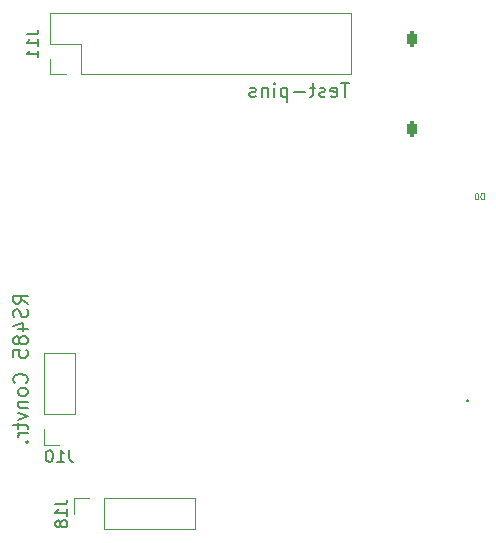
<source format=gbo>
G04 #@! TF.GenerationSoftware,KiCad,Pcbnew,7.0.5*
G04 #@! TF.CreationDate,2023-06-14T13:16:40+10:00*
G04 #@! TF.ProjectId,NUcr,4e556372-2e6b-4696-9361-645f70636258,rev?*
G04 #@! TF.SameCoordinates,Original*
G04 #@! TF.FileFunction,Legend,Bot*
G04 #@! TF.FilePolarity,Positive*
%FSLAX46Y46*%
G04 Gerber Fmt 4.6, Leading zero omitted, Abs format (unit mm)*
G04 Created by KiCad (PCBNEW 7.0.5) date 2023-06-14 13:16:40*
%MOMM*%
%LPD*%
G01*
G04 APERTURE LIST*
G04 Aperture macros list*
%AMRoundRect*
0 Rectangle with rounded corners*
0 $1 Rounding radius*
0 $2 $3 $4 $5 $6 $7 $8 $9 X,Y pos of 4 corners*
0 Add a 4 corners polygon primitive as box body*
4,1,4,$2,$3,$4,$5,$6,$7,$8,$9,$2,$3,0*
0 Add four circle primitives for the rounded corners*
1,1,$1+$1,$2,$3*
1,1,$1+$1,$4,$5*
1,1,$1+$1,$6,$7*
1,1,$1+$1,$8,$9*
0 Add four rect primitives between the rounded corners*
20,1,$1+$1,$2,$3,$4,$5,0*
20,1,$1+$1,$4,$5,$6,$7,0*
20,1,$1+$1,$6,$7,$8,$9,0*
20,1,$1+$1,$8,$9,$2,$3,0*%
G04 Aperture macros list end*
%ADD10C,0.150000*%
%ADD11C,0.075000*%
%ADD12C,0.120000*%
%ADD13RoundRect,0.250000X-0.600000X-0.675000X0.600000X-0.675000X0.600000X0.675000X-0.600000X0.675000X0*%
%ADD14O,1.700000X1.850000*%
%ADD15O,1.727200X1.727200*%
%ADD16R,1.727200X1.727200*%
%ADD17RoundRect,0.200000X-0.200000X-0.450000X0.200000X-0.450000X0.200000X0.450000X-0.200000X0.450000X0*%
%ADD18O,0.800000X1.300000*%
%ADD19RoundRect,0.250000X-0.350000X-0.625000X0.350000X-0.625000X0.350000X0.625000X-0.350000X0.625000X0*%
%ADD20O,1.200000X1.750000*%
%ADD21R,1.700000X1.700000*%
%ADD22O,1.700000X1.700000*%
G04 APERTURE END LIST*
D10*
X115992030Y-58335342D02*
X115306316Y-58335342D01*
X115649173Y-59535342D02*
X115649173Y-58335342D01*
X114449172Y-59478200D02*
X114563458Y-59535342D01*
X114563458Y-59535342D02*
X114792030Y-59535342D01*
X114792030Y-59535342D02*
X114906315Y-59478200D01*
X114906315Y-59478200D02*
X114963458Y-59363914D01*
X114963458Y-59363914D02*
X114963458Y-58906771D01*
X114963458Y-58906771D02*
X114906315Y-58792485D01*
X114906315Y-58792485D02*
X114792030Y-58735342D01*
X114792030Y-58735342D02*
X114563458Y-58735342D01*
X114563458Y-58735342D02*
X114449172Y-58792485D01*
X114449172Y-58792485D02*
X114392030Y-58906771D01*
X114392030Y-58906771D02*
X114392030Y-59021057D01*
X114392030Y-59021057D02*
X114963458Y-59135342D01*
X113934887Y-59478200D02*
X113820601Y-59535342D01*
X113820601Y-59535342D02*
X113592030Y-59535342D01*
X113592030Y-59535342D02*
X113477744Y-59478200D01*
X113477744Y-59478200D02*
X113420601Y-59363914D01*
X113420601Y-59363914D02*
X113420601Y-59306771D01*
X113420601Y-59306771D02*
X113477744Y-59192485D01*
X113477744Y-59192485D02*
X113592030Y-59135342D01*
X113592030Y-59135342D02*
X113763459Y-59135342D01*
X113763459Y-59135342D02*
X113877744Y-59078200D01*
X113877744Y-59078200D02*
X113934887Y-58963914D01*
X113934887Y-58963914D02*
X113934887Y-58906771D01*
X113934887Y-58906771D02*
X113877744Y-58792485D01*
X113877744Y-58792485D02*
X113763459Y-58735342D01*
X113763459Y-58735342D02*
X113592030Y-58735342D01*
X113592030Y-58735342D02*
X113477744Y-58792485D01*
X113077744Y-58735342D02*
X112620601Y-58735342D01*
X112906315Y-58335342D02*
X112906315Y-59363914D01*
X112906315Y-59363914D02*
X112849172Y-59478200D01*
X112849172Y-59478200D02*
X112734887Y-59535342D01*
X112734887Y-59535342D02*
X112620601Y-59535342D01*
X112220601Y-59078200D02*
X111306316Y-59078200D01*
X110734887Y-58735342D02*
X110734887Y-59935342D01*
X110734887Y-58792485D02*
X110620602Y-58735342D01*
X110620602Y-58735342D02*
X110392030Y-58735342D01*
X110392030Y-58735342D02*
X110277744Y-58792485D01*
X110277744Y-58792485D02*
X110220602Y-58849628D01*
X110220602Y-58849628D02*
X110163459Y-58963914D01*
X110163459Y-58963914D02*
X110163459Y-59306771D01*
X110163459Y-59306771D02*
X110220602Y-59421057D01*
X110220602Y-59421057D02*
X110277744Y-59478200D01*
X110277744Y-59478200D02*
X110392030Y-59535342D01*
X110392030Y-59535342D02*
X110620602Y-59535342D01*
X110620602Y-59535342D02*
X110734887Y-59478200D01*
X109649173Y-59535342D02*
X109649173Y-58735342D01*
X109649173Y-58335342D02*
X109706316Y-58392485D01*
X109706316Y-58392485D02*
X109649173Y-58449628D01*
X109649173Y-58449628D02*
X109592030Y-58392485D01*
X109592030Y-58392485D02*
X109649173Y-58335342D01*
X109649173Y-58335342D02*
X109649173Y-58449628D01*
X109077744Y-58735342D02*
X109077744Y-59535342D01*
X109077744Y-58849628D02*
X109020601Y-58792485D01*
X109020601Y-58792485D02*
X108906316Y-58735342D01*
X108906316Y-58735342D02*
X108734887Y-58735342D01*
X108734887Y-58735342D02*
X108620601Y-58792485D01*
X108620601Y-58792485D02*
X108563459Y-58906771D01*
X108563459Y-58906771D02*
X108563459Y-59535342D01*
X108049173Y-59478200D02*
X107934887Y-59535342D01*
X107934887Y-59535342D02*
X107706316Y-59535342D01*
X107706316Y-59535342D02*
X107592030Y-59478200D01*
X107592030Y-59478200D02*
X107534887Y-59363914D01*
X107534887Y-59363914D02*
X107534887Y-59306771D01*
X107534887Y-59306771D02*
X107592030Y-59192485D01*
X107592030Y-59192485D02*
X107706316Y-59135342D01*
X107706316Y-59135342D02*
X107877745Y-59135342D01*
X107877745Y-59135342D02*
X107992030Y-59078200D01*
X107992030Y-59078200D02*
X108049173Y-58963914D01*
X108049173Y-58963914D02*
X108049173Y-58906771D01*
X108049173Y-58906771D02*
X107992030Y-58792485D01*
X107992030Y-58792485D02*
X107877745Y-58735342D01*
X107877745Y-58735342D02*
X107706316Y-58735342D01*
X107706316Y-58735342D02*
X107592030Y-58792485D01*
X88745342Y-77035714D02*
X88173914Y-76635714D01*
X88745342Y-76350000D02*
X87545342Y-76350000D01*
X87545342Y-76350000D02*
X87545342Y-76807143D01*
X87545342Y-76807143D02*
X87602485Y-76921428D01*
X87602485Y-76921428D02*
X87659628Y-76978571D01*
X87659628Y-76978571D02*
X87773914Y-77035714D01*
X87773914Y-77035714D02*
X87945342Y-77035714D01*
X87945342Y-77035714D02*
X88059628Y-76978571D01*
X88059628Y-76978571D02*
X88116771Y-76921428D01*
X88116771Y-76921428D02*
X88173914Y-76807143D01*
X88173914Y-76807143D02*
X88173914Y-76350000D01*
X88688200Y-77492857D02*
X88745342Y-77664286D01*
X88745342Y-77664286D02*
X88745342Y-77950000D01*
X88745342Y-77950000D02*
X88688200Y-78064286D01*
X88688200Y-78064286D02*
X88631057Y-78121428D01*
X88631057Y-78121428D02*
X88516771Y-78178571D01*
X88516771Y-78178571D02*
X88402485Y-78178571D01*
X88402485Y-78178571D02*
X88288200Y-78121428D01*
X88288200Y-78121428D02*
X88231057Y-78064286D01*
X88231057Y-78064286D02*
X88173914Y-77950000D01*
X88173914Y-77950000D02*
X88116771Y-77721428D01*
X88116771Y-77721428D02*
X88059628Y-77607143D01*
X88059628Y-77607143D02*
X88002485Y-77550000D01*
X88002485Y-77550000D02*
X87888200Y-77492857D01*
X87888200Y-77492857D02*
X87773914Y-77492857D01*
X87773914Y-77492857D02*
X87659628Y-77550000D01*
X87659628Y-77550000D02*
X87602485Y-77607143D01*
X87602485Y-77607143D02*
X87545342Y-77721428D01*
X87545342Y-77721428D02*
X87545342Y-78007143D01*
X87545342Y-78007143D02*
X87602485Y-78178571D01*
X87945342Y-79207143D02*
X88745342Y-79207143D01*
X87488200Y-78921428D02*
X88345342Y-78635714D01*
X88345342Y-78635714D02*
X88345342Y-79378571D01*
X88059628Y-80007142D02*
X88002485Y-79892857D01*
X88002485Y-79892857D02*
X87945342Y-79835714D01*
X87945342Y-79835714D02*
X87831057Y-79778571D01*
X87831057Y-79778571D02*
X87773914Y-79778571D01*
X87773914Y-79778571D02*
X87659628Y-79835714D01*
X87659628Y-79835714D02*
X87602485Y-79892857D01*
X87602485Y-79892857D02*
X87545342Y-80007142D01*
X87545342Y-80007142D02*
X87545342Y-80235714D01*
X87545342Y-80235714D02*
X87602485Y-80350000D01*
X87602485Y-80350000D02*
X87659628Y-80407142D01*
X87659628Y-80407142D02*
X87773914Y-80464285D01*
X87773914Y-80464285D02*
X87831057Y-80464285D01*
X87831057Y-80464285D02*
X87945342Y-80407142D01*
X87945342Y-80407142D02*
X88002485Y-80350000D01*
X88002485Y-80350000D02*
X88059628Y-80235714D01*
X88059628Y-80235714D02*
X88059628Y-80007142D01*
X88059628Y-80007142D02*
X88116771Y-79892857D01*
X88116771Y-79892857D02*
X88173914Y-79835714D01*
X88173914Y-79835714D02*
X88288200Y-79778571D01*
X88288200Y-79778571D02*
X88516771Y-79778571D01*
X88516771Y-79778571D02*
X88631057Y-79835714D01*
X88631057Y-79835714D02*
X88688200Y-79892857D01*
X88688200Y-79892857D02*
X88745342Y-80007142D01*
X88745342Y-80007142D02*
X88745342Y-80235714D01*
X88745342Y-80235714D02*
X88688200Y-80350000D01*
X88688200Y-80350000D02*
X88631057Y-80407142D01*
X88631057Y-80407142D02*
X88516771Y-80464285D01*
X88516771Y-80464285D02*
X88288200Y-80464285D01*
X88288200Y-80464285D02*
X88173914Y-80407142D01*
X88173914Y-80407142D02*
X88116771Y-80350000D01*
X88116771Y-80350000D02*
X88059628Y-80235714D01*
X87545342Y-81549999D02*
X87545342Y-80978571D01*
X87545342Y-80978571D02*
X88116771Y-80921428D01*
X88116771Y-80921428D02*
X88059628Y-80978571D01*
X88059628Y-80978571D02*
X88002485Y-81092857D01*
X88002485Y-81092857D02*
X88002485Y-81378571D01*
X88002485Y-81378571D02*
X88059628Y-81492857D01*
X88059628Y-81492857D02*
X88116771Y-81549999D01*
X88116771Y-81549999D02*
X88231057Y-81607142D01*
X88231057Y-81607142D02*
X88516771Y-81607142D01*
X88516771Y-81607142D02*
X88631057Y-81549999D01*
X88631057Y-81549999D02*
X88688200Y-81492857D01*
X88688200Y-81492857D02*
X88745342Y-81378571D01*
X88745342Y-81378571D02*
X88745342Y-81092857D01*
X88745342Y-81092857D02*
X88688200Y-80978571D01*
X88688200Y-80978571D02*
X88631057Y-80921428D01*
X88631057Y-83721428D02*
X88688200Y-83664285D01*
X88688200Y-83664285D02*
X88745342Y-83492857D01*
X88745342Y-83492857D02*
X88745342Y-83378571D01*
X88745342Y-83378571D02*
X88688200Y-83207142D01*
X88688200Y-83207142D02*
X88573914Y-83092857D01*
X88573914Y-83092857D02*
X88459628Y-83035714D01*
X88459628Y-83035714D02*
X88231057Y-82978571D01*
X88231057Y-82978571D02*
X88059628Y-82978571D01*
X88059628Y-82978571D02*
X87831057Y-83035714D01*
X87831057Y-83035714D02*
X87716771Y-83092857D01*
X87716771Y-83092857D02*
X87602485Y-83207142D01*
X87602485Y-83207142D02*
X87545342Y-83378571D01*
X87545342Y-83378571D02*
X87545342Y-83492857D01*
X87545342Y-83492857D02*
X87602485Y-83664285D01*
X87602485Y-83664285D02*
X87659628Y-83721428D01*
X88745342Y-84407142D02*
X88688200Y-84292857D01*
X88688200Y-84292857D02*
X88631057Y-84235714D01*
X88631057Y-84235714D02*
X88516771Y-84178571D01*
X88516771Y-84178571D02*
X88173914Y-84178571D01*
X88173914Y-84178571D02*
X88059628Y-84235714D01*
X88059628Y-84235714D02*
X88002485Y-84292857D01*
X88002485Y-84292857D02*
X87945342Y-84407142D01*
X87945342Y-84407142D02*
X87945342Y-84578571D01*
X87945342Y-84578571D02*
X88002485Y-84692857D01*
X88002485Y-84692857D02*
X88059628Y-84750000D01*
X88059628Y-84750000D02*
X88173914Y-84807142D01*
X88173914Y-84807142D02*
X88516771Y-84807142D01*
X88516771Y-84807142D02*
X88631057Y-84750000D01*
X88631057Y-84750000D02*
X88688200Y-84692857D01*
X88688200Y-84692857D02*
X88745342Y-84578571D01*
X88745342Y-84578571D02*
X88745342Y-84407142D01*
X87945342Y-85321428D02*
X88745342Y-85321428D01*
X88059628Y-85321428D02*
X88002485Y-85378571D01*
X88002485Y-85378571D02*
X87945342Y-85492856D01*
X87945342Y-85492856D02*
X87945342Y-85664285D01*
X87945342Y-85664285D02*
X88002485Y-85778571D01*
X88002485Y-85778571D02*
X88116771Y-85835714D01*
X88116771Y-85835714D02*
X88745342Y-85835714D01*
X87945342Y-86292856D02*
X88745342Y-86578570D01*
X88745342Y-86578570D02*
X87945342Y-86864285D01*
X87945342Y-87149999D02*
X87945342Y-87607142D01*
X87545342Y-87321428D02*
X88573914Y-87321428D01*
X88573914Y-87321428D02*
X88688200Y-87378571D01*
X88688200Y-87378571D02*
X88745342Y-87492856D01*
X88745342Y-87492856D02*
X88745342Y-87607142D01*
X88745342Y-88007142D02*
X87945342Y-88007142D01*
X88173914Y-88007142D02*
X88059628Y-88064285D01*
X88059628Y-88064285D02*
X88002485Y-88121428D01*
X88002485Y-88121428D02*
X87945342Y-88235713D01*
X87945342Y-88235713D02*
X87945342Y-88349999D01*
X88631057Y-88749999D02*
X88688200Y-88807142D01*
X88688200Y-88807142D02*
X88745342Y-88749999D01*
X88745342Y-88749999D02*
X88688200Y-88692856D01*
X88688200Y-88692856D02*
X88631057Y-88749999D01*
X88631057Y-88749999D02*
X88745342Y-88749999D01*
X125984000Y-85195580D02*
X126031619Y-85243200D01*
X126031619Y-85243200D02*
X125984000Y-85290819D01*
X125984000Y-85290819D02*
X125936381Y-85243200D01*
X125936381Y-85243200D02*
X125984000Y-85195580D01*
X125984000Y-85195580D02*
X125984000Y-85290819D01*
D11*
X127369047Y-68172409D02*
X127369047Y-67672409D01*
X127369047Y-67672409D02*
X127249999Y-67672409D01*
X127249999Y-67672409D02*
X127178571Y-67696219D01*
X127178571Y-67696219D02*
X127130952Y-67743838D01*
X127130952Y-67743838D02*
X127107142Y-67791457D01*
X127107142Y-67791457D02*
X127083333Y-67886695D01*
X127083333Y-67886695D02*
X127083333Y-67958123D01*
X127083333Y-67958123D02*
X127107142Y-68053361D01*
X127107142Y-68053361D02*
X127130952Y-68100980D01*
X127130952Y-68100980D02*
X127178571Y-68148600D01*
X127178571Y-68148600D02*
X127249999Y-68172409D01*
X127249999Y-68172409D02*
X127369047Y-68172409D01*
X126773809Y-67672409D02*
X126726190Y-67672409D01*
X126726190Y-67672409D02*
X126678571Y-67696219D01*
X126678571Y-67696219D02*
X126654761Y-67720028D01*
X126654761Y-67720028D02*
X126630952Y-67767647D01*
X126630952Y-67767647D02*
X126607142Y-67862885D01*
X126607142Y-67862885D02*
X126607142Y-67981933D01*
X126607142Y-67981933D02*
X126630952Y-68077171D01*
X126630952Y-68077171D02*
X126654761Y-68124790D01*
X126654761Y-68124790D02*
X126678571Y-68148600D01*
X126678571Y-68148600D02*
X126726190Y-68172409D01*
X126726190Y-68172409D02*
X126773809Y-68172409D01*
X126773809Y-68172409D02*
X126821428Y-68148600D01*
X126821428Y-68148600D02*
X126845237Y-68124790D01*
X126845237Y-68124790D02*
X126869047Y-68077171D01*
X126869047Y-68077171D02*
X126892856Y-67981933D01*
X126892856Y-67981933D02*
X126892856Y-67862885D01*
X126892856Y-67862885D02*
X126869047Y-67767647D01*
X126869047Y-67767647D02*
X126845237Y-67720028D01*
X126845237Y-67720028D02*
X126821428Y-67696219D01*
X126821428Y-67696219D02*
X126773809Y-67672409D01*
D10*
X88664819Y-54210476D02*
X89379104Y-54210476D01*
X89379104Y-54210476D02*
X89521961Y-54162857D01*
X89521961Y-54162857D02*
X89617200Y-54067619D01*
X89617200Y-54067619D02*
X89664819Y-53924762D01*
X89664819Y-53924762D02*
X89664819Y-53829524D01*
X89664819Y-55210476D02*
X89664819Y-54639048D01*
X89664819Y-54924762D02*
X88664819Y-54924762D01*
X88664819Y-54924762D02*
X88807676Y-54829524D01*
X88807676Y-54829524D02*
X88902914Y-54734286D01*
X88902914Y-54734286D02*
X88950533Y-54639048D01*
X89664819Y-56162857D02*
X89664819Y-55591429D01*
X89664819Y-55877143D02*
X88664819Y-55877143D01*
X88664819Y-55877143D02*
X88807676Y-55781905D01*
X88807676Y-55781905D02*
X88902914Y-55686667D01*
X88902914Y-55686667D02*
X88950533Y-55591429D01*
X92249523Y-89414819D02*
X92249523Y-90129104D01*
X92249523Y-90129104D02*
X92297142Y-90271961D01*
X92297142Y-90271961D02*
X92392380Y-90367200D01*
X92392380Y-90367200D02*
X92535237Y-90414819D01*
X92535237Y-90414819D02*
X92630475Y-90414819D01*
X91249523Y-90414819D02*
X91820951Y-90414819D01*
X91535237Y-90414819D02*
X91535237Y-89414819D01*
X91535237Y-89414819D02*
X91630475Y-89557676D01*
X91630475Y-89557676D02*
X91725713Y-89652914D01*
X91725713Y-89652914D02*
X91820951Y-89700533D01*
X90630475Y-89414819D02*
X90535237Y-89414819D01*
X90535237Y-89414819D02*
X90439999Y-89462438D01*
X90439999Y-89462438D02*
X90392380Y-89510057D01*
X90392380Y-89510057D02*
X90344761Y-89605295D01*
X90344761Y-89605295D02*
X90297142Y-89795771D01*
X90297142Y-89795771D02*
X90297142Y-90033866D01*
X90297142Y-90033866D02*
X90344761Y-90224342D01*
X90344761Y-90224342D02*
X90392380Y-90319580D01*
X90392380Y-90319580D02*
X90439999Y-90367200D01*
X90439999Y-90367200D02*
X90535237Y-90414819D01*
X90535237Y-90414819D02*
X90630475Y-90414819D01*
X90630475Y-90414819D02*
X90725713Y-90367200D01*
X90725713Y-90367200D02*
X90773332Y-90319580D01*
X90773332Y-90319580D02*
X90820951Y-90224342D01*
X90820951Y-90224342D02*
X90868570Y-90033866D01*
X90868570Y-90033866D02*
X90868570Y-89795771D01*
X90868570Y-89795771D02*
X90820951Y-89605295D01*
X90820951Y-89605295D02*
X90773332Y-89510057D01*
X90773332Y-89510057D02*
X90725713Y-89462438D01*
X90725713Y-89462438D02*
X90630475Y-89414819D01*
X91104819Y-93993476D02*
X91819104Y-93993476D01*
X91819104Y-93993476D02*
X91961961Y-93945857D01*
X91961961Y-93945857D02*
X92057200Y-93850619D01*
X92057200Y-93850619D02*
X92104819Y-93707762D01*
X92104819Y-93707762D02*
X92104819Y-93612524D01*
X92104819Y-94993476D02*
X92104819Y-94422048D01*
X92104819Y-94707762D02*
X91104819Y-94707762D01*
X91104819Y-94707762D02*
X91247676Y-94612524D01*
X91247676Y-94612524D02*
X91342914Y-94517286D01*
X91342914Y-94517286D02*
X91390533Y-94422048D01*
X91533390Y-95564905D02*
X91485771Y-95469667D01*
X91485771Y-95469667D02*
X91438152Y-95422048D01*
X91438152Y-95422048D02*
X91342914Y-95374429D01*
X91342914Y-95374429D02*
X91295295Y-95374429D01*
X91295295Y-95374429D02*
X91200057Y-95422048D01*
X91200057Y-95422048D02*
X91152438Y-95469667D01*
X91152438Y-95469667D02*
X91104819Y-95564905D01*
X91104819Y-95564905D02*
X91104819Y-95755381D01*
X91104819Y-95755381D02*
X91152438Y-95850619D01*
X91152438Y-95850619D02*
X91200057Y-95898238D01*
X91200057Y-95898238D02*
X91295295Y-95945857D01*
X91295295Y-95945857D02*
X91342914Y-95945857D01*
X91342914Y-95945857D02*
X91438152Y-95898238D01*
X91438152Y-95898238D02*
X91485771Y-95850619D01*
X91485771Y-95850619D02*
X91533390Y-95755381D01*
X91533390Y-95755381D02*
X91533390Y-95564905D01*
X91533390Y-95564905D02*
X91581009Y-95469667D01*
X91581009Y-95469667D02*
X91628628Y-95422048D01*
X91628628Y-95422048D02*
X91723866Y-95374429D01*
X91723866Y-95374429D02*
X91914342Y-95374429D01*
X91914342Y-95374429D02*
X92009580Y-95422048D01*
X92009580Y-95422048D02*
X92057200Y-95469667D01*
X92057200Y-95469667D02*
X92104819Y-95564905D01*
X92104819Y-95564905D02*
X92104819Y-95755381D01*
X92104819Y-95755381D02*
X92057200Y-95850619D01*
X92057200Y-95850619D02*
X92009580Y-95898238D01*
X92009580Y-95898238D02*
X91914342Y-95945857D01*
X91914342Y-95945857D02*
X91723866Y-95945857D01*
X91723866Y-95945857D02*
X91628628Y-95898238D01*
X91628628Y-95898238D02*
X91581009Y-95850619D01*
X91581009Y-95850619D02*
X91533390Y-95755381D01*
D12*
X116170000Y-52420000D02*
X116170000Y-57620000D01*
X90650000Y-52420000D02*
X116170000Y-52420000D01*
X90650000Y-52420000D02*
X90650000Y-55020000D01*
X93250000Y-55020000D02*
X93250000Y-57620000D01*
X90650000Y-55020000D02*
X93250000Y-55020000D01*
X90650000Y-56290000D02*
X90650000Y-57620000D01*
X93250000Y-57620000D02*
X116170000Y-57620000D01*
X90650000Y-57620000D02*
X91980000Y-57620000D01*
X90110000Y-81220000D02*
X92770000Y-81220000D01*
X90110000Y-86360000D02*
X90110000Y-81220000D01*
X90110000Y-86360000D02*
X92770000Y-86360000D01*
X90110000Y-87630000D02*
X90110000Y-88960000D01*
X90110000Y-88960000D02*
X91440000Y-88960000D01*
X92770000Y-86360000D02*
X92770000Y-81220000D01*
X102930000Y-93473000D02*
X102930000Y-96133000D01*
X95250000Y-93473000D02*
X102930000Y-93473000D01*
X95250000Y-93473000D02*
X95250000Y-96133000D01*
X93980000Y-93473000D02*
X92650000Y-93473000D01*
X92650000Y-93473000D02*
X92650000Y-94803000D01*
X95250000Y-96133000D02*
X102930000Y-96133000D01*
%LPC*%
D13*
X104140000Y-107950000D03*
D14*
X106640000Y-107950000D03*
X109140000Y-107950000D03*
X111640000Y-107950000D03*
D13*
X119380000Y-100330000D03*
D14*
X121880000Y-100330000D03*
X124380000Y-100330000D03*
X126880000Y-100330000D03*
D13*
X88900000Y-100330000D03*
D14*
X91400000Y-100330000D03*
X93900000Y-100330000D03*
X96400000Y-100330000D03*
D15*
X91440000Y-114300000D03*
X99060000Y-114300000D03*
X101600000Y-114300000D03*
X129667000Y-86360000D03*
X114300000Y-114300000D03*
X116840000Y-114300000D03*
X119380000Y-114300000D03*
X121920000Y-114300000D03*
X124460000Y-114300000D03*
X127000000Y-114300000D03*
X87376000Y-66040000D03*
X127000000Y-66040000D03*
X124460000Y-66040000D03*
X121920000Y-66040000D03*
X119380000Y-66040000D03*
X116840000Y-66040000D03*
X114300000Y-66040000D03*
X111760000Y-66040000D03*
X109220000Y-66040000D03*
X105156000Y-66040000D03*
X102616000Y-66040000D03*
X100076000Y-66040000D03*
X97536000Y-66040000D03*
X94996000Y-66040000D03*
X92456000Y-66040000D03*
D16*
X89916000Y-66040000D03*
X104140000Y-114300000D03*
X106680000Y-114300000D03*
X129667000Y-91440000D03*
D15*
X93980000Y-114300000D03*
X127127000Y-86360000D03*
X129667000Y-88900000D03*
X96520000Y-114300000D03*
X127127000Y-91440000D03*
X127127000Y-88900000D03*
X82296000Y-66040000D03*
X84836000Y-66040000D03*
X109220000Y-114300000D03*
D17*
X121285000Y-54610000D03*
D18*
X122535000Y-54610000D03*
X123785000Y-54610000D03*
X125035000Y-54610000D03*
X126285000Y-54610000D03*
X127535000Y-54610000D03*
X128785000Y-54610000D03*
X130035000Y-54610000D03*
X131285000Y-54610000D03*
D19*
X73565000Y-78105000D03*
D20*
X75565000Y-78105000D03*
D19*
X73565000Y-66675000D03*
D20*
X75565000Y-66675000D03*
D13*
X104140000Y-100330000D03*
D14*
X106640000Y-100330000D03*
X109140000Y-100330000D03*
X111640000Y-100330000D03*
D13*
X73660000Y-92710000D03*
D14*
X76160000Y-92710000D03*
X78660000Y-92710000D03*
X81160000Y-92710000D03*
D13*
X119380000Y-107950000D03*
D14*
X121880000Y-107950000D03*
X124380000Y-107950000D03*
X126880000Y-107950000D03*
D13*
X88900000Y-107950000D03*
D14*
X91400000Y-107950000D03*
X93900000Y-107950000D03*
X96400000Y-107950000D03*
D13*
X73660000Y-100330000D03*
D14*
X76160000Y-100330000D03*
X78660000Y-100330000D03*
X81160000Y-100330000D03*
D19*
X73565000Y-72390000D03*
D20*
X75565000Y-72390000D03*
D13*
X73660000Y-107950000D03*
D14*
X76160000Y-107950000D03*
X78660000Y-107950000D03*
X81160000Y-107950000D03*
D17*
X121285000Y-62230000D03*
D18*
X122535000Y-62230000D03*
X123785000Y-62230000D03*
X125035000Y-62230000D03*
X126285000Y-62230000D03*
X127535000Y-62230000D03*
X128785000Y-62230000D03*
X130035000Y-62230000D03*
D19*
X73565000Y-83820000D03*
D20*
X75565000Y-83820000D03*
D21*
X91980000Y-56290000D03*
D22*
X91980000Y-53750000D03*
X94520000Y-56290000D03*
X94520000Y-53750000D03*
X97060000Y-56290000D03*
X97060000Y-53750000D03*
X99600000Y-56290000D03*
X99600000Y-53750000D03*
X102140000Y-56290000D03*
X102140000Y-53750000D03*
X104680000Y-56290000D03*
X104680000Y-53750000D03*
X107220000Y-56290000D03*
X107220000Y-53750000D03*
X109760000Y-56290000D03*
X109760000Y-53750000D03*
X112300000Y-56290000D03*
X112300000Y-53750000D03*
X114840000Y-56290000D03*
X114840000Y-53750000D03*
D21*
X91440000Y-87630000D03*
D22*
X91440000Y-85090000D03*
X91440000Y-82550000D03*
D21*
X93980000Y-94803000D03*
D22*
X96520000Y-94803000D03*
X99060000Y-94803000D03*
X101600000Y-94803000D03*
%LPD*%
M02*

</source>
